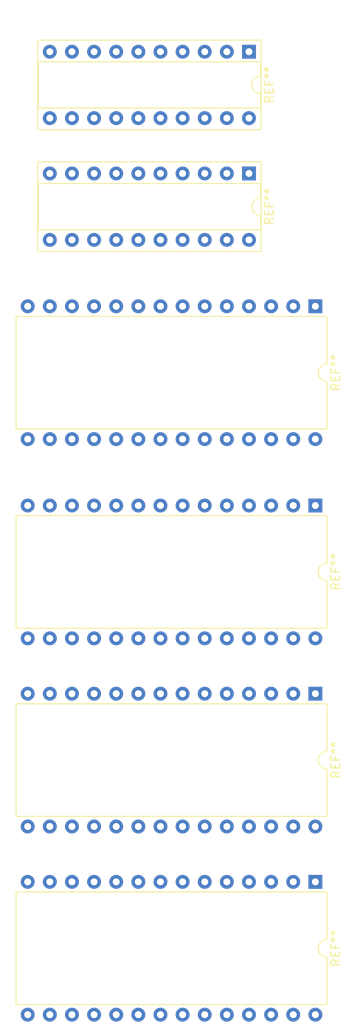
<source format=kicad_pcb>
(kicad_pcb (version 20171130) (host pcbnew "(5.1.9-0-10_14)")

  (general
    (thickness 1.6)
    (drawings 0)
    (tracks 0)
    (zones 0)
    (modules 6)
    (nets 1)
  )

  (page A)
  (layers
    (0 F.Cu signal)
    (31 B.Cu signal)
    (32 B.Adhes user)
    (33 F.Adhes user)
    (34 B.Paste user)
    (35 F.Paste user)
    (36 B.SilkS user)
    (37 F.SilkS user)
    (38 B.Mask user)
    (39 F.Mask user)
    (40 Dwgs.User user)
    (41 Cmts.User user)
    (42 Eco1.User user)
    (43 Eco2.User user)
    (44 Edge.Cuts user)
    (45 Margin user)
    (46 B.CrtYd user)
    (47 F.CrtYd user)
    (48 B.Fab user)
    (49 F.Fab user)
  )

  (setup
    (last_trace_width 0.25)
    (trace_clearance 0.2)
    (zone_clearance 0.508)
    (zone_45_only no)
    (trace_min 0.2)
    (via_size 0.8)
    (via_drill 0.4)
    (via_min_size 0.4)
    (via_min_drill 0.3)
    (uvia_size 0.3)
    (uvia_drill 0.1)
    (uvias_allowed no)
    (uvia_min_size 0.2)
    (uvia_min_drill 0.1)
    (edge_width 0.05)
    (segment_width 0.2)
    (pcb_text_width 0.3)
    (pcb_text_size 1.5 1.5)
    (mod_edge_width 0.12)
    (mod_text_size 1 1)
    (mod_text_width 0.15)
    (pad_size 1.524 1.524)
    (pad_drill 0.762)
    (pad_to_mask_clearance 0)
    (aux_axis_origin 0 0)
    (visible_elements FFFFFF7F)
    (pcbplotparams
      (layerselection 0x010fc_ffffffff)
      (usegerberextensions false)
      (usegerberattributes true)
      (usegerberadvancedattributes true)
      (creategerberjobfile true)
      (excludeedgelayer true)
      (linewidth 0.100000)
      (plotframeref false)
      (viasonmask false)
      (mode 1)
      (useauxorigin false)
      (hpglpennumber 1)
      (hpglpenspeed 20)
      (hpglpendiameter 15.000000)
      (psnegative false)
      (psa4output false)
      (plotreference true)
      (plotvalue true)
      (plotinvisibletext false)
      (padsonsilk false)
      (subtractmaskfromsilk false)
      (outputformat 1)
      (mirror false)
      (drillshape 1)
      (scaleselection 1)
      (outputdirectory ""))
  )

  (net 0 "")

  (net_class Default "This is the default net class."
    (clearance 0.2)
    (trace_width 0.25)
    (via_dia 0.8)
    (via_drill 0.4)
    (uvia_dia 0.3)
    (uvia_drill 0.1)
  )

  (module Package_DIP:DIP-20_W7.62mm_Socket (layer F.Cu) (tedit 5A02E8C5) (tstamp 607F4C1E)
    (at 207.01 44.45 270)
    (descr "20-lead though-hole mounted DIP package, row spacing 7.62 mm (300 mils), Socket")
    (tags "THT DIP DIL PDIP 2.54mm 7.62mm 300mil Socket")
    (fp_text reference REF** (at 3.81 -2.33 90) (layer F.SilkS)
      (effects (font (size 1 1) (thickness 0.15)))
    )
    (fp_text value DIP-20_W7.62mm_Socket (at 3.81 25.19 90) (layer F.Fab)
      (effects (font (size 1 1) (thickness 0.15)))
    )
    (fp_line (start 9.15 -1.6) (end -1.55 -1.6) (layer F.CrtYd) (width 0.05))
    (fp_line (start 9.15 24.45) (end 9.15 -1.6) (layer F.CrtYd) (width 0.05))
    (fp_line (start -1.55 24.45) (end 9.15 24.45) (layer F.CrtYd) (width 0.05))
    (fp_line (start -1.55 -1.6) (end -1.55 24.45) (layer F.CrtYd) (width 0.05))
    (fp_line (start 8.95 -1.39) (end -1.33 -1.39) (layer F.SilkS) (width 0.12))
    (fp_line (start 8.95 24.25) (end 8.95 -1.39) (layer F.SilkS) (width 0.12))
    (fp_line (start -1.33 24.25) (end 8.95 24.25) (layer F.SilkS) (width 0.12))
    (fp_line (start -1.33 -1.39) (end -1.33 24.25) (layer F.SilkS) (width 0.12))
    (fp_line (start 6.46 -1.33) (end 4.81 -1.33) (layer F.SilkS) (width 0.12))
    (fp_line (start 6.46 24.19) (end 6.46 -1.33) (layer F.SilkS) (width 0.12))
    (fp_line (start 1.16 24.19) (end 6.46 24.19) (layer F.SilkS) (width 0.12))
    (fp_line (start 1.16 -1.33) (end 1.16 24.19) (layer F.SilkS) (width 0.12))
    (fp_line (start 2.81 -1.33) (end 1.16 -1.33) (layer F.SilkS) (width 0.12))
    (fp_line (start 8.89 -1.33) (end -1.27 -1.33) (layer F.Fab) (width 0.1))
    (fp_line (start 8.89 24.19) (end 8.89 -1.33) (layer F.Fab) (width 0.1))
    (fp_line (start -1.27 24.19) (end 8.89 24.19) (layer F.Fab) (width 0.1))
    (fp_line (start -1.27 -1.33) (end -1.27 24.19) (layer F.Fab) (width 0.1))
    (fp_line (start 0.635 -0.27) (end 1.635 -1.27) (layer F.Fab) (width 0.1))
    (fp_line (start 0.635 24.13) (end 0.635 -0.27) (layer F.Fab) (width 0.1))
    (fp_line (start 6.985 24.13) (end 0.635 24.13) (layer F.Fab) (width 0.1))
    (fp_line (start 6.985 -1.27) (end 6.985 24.13) (layer F.Fab) (width 0.1))
    (fp_line (start 1.635 -1.27) (end 6.985 -1.27) (layer F.Fab) (width 0.1))
    (fp_arc (start 3.81 -1.33) (end 2.81 -1.33) (angle -180) (layer F.SilkS) (width 0.12))
    (fp_text user %R (at 3.81 11.43 90) (layer F.Fab)
      (effects (font (size 1 1) (thickness 0.15)))
    )
    (pad 1 thru_hole rect (at 0 0 270) (size 1.6 1.6) (drill 0.8) (layers *.Cu *.Mask))
    (pad 11 thru_hole oval (at 7.62 22.86 270) (size 1.6 1.6) (drill 0.8) (layers *.Cu *.Mask))
    (pad 2 thru_hole oval (at 0 2.54 270) (size 1.6 1.6) (drill 0.8) (layers *.Cu *.Mask))
    (pad 12 thru_hole oval (at 7.62 20.32 270) (size 1.6 1.6) (drill 0.8) (layers *.Cu *.Mask))
    (pad 3 thru_hole oval (at 0 5.08 270) (size 1.6 1.6) (drill 0.8) (layers *.Cu *.Mask))
    (pad 13 thru_hole oval (at 7.62 17.78 270) (size 1.6 1.6) (drill 0.8) (layers *.Cu *.Mask))
    (pad 4 thru_hole oval (at 0 7.62 270) (size 1.6 1.6) (drill 0.8) (layers *.Cu *.Mask))
    (pad 14 thru_hole oval (at 7.62 15.24 270) (size 1.6 1.6) (drill 0.8) (layers *.Cu *.Mask))
    (pad 5 thru_hole oval (at 0 10.16 270) (size 1.6 1.6) (drill 0.8) (layers *.Cu *.Mask))
    (pad 15 thru_hole oval (at 7.62 12.7 270) (size 1.6 1.6) (drill 0.8) (layers *.Cu *.Mask))
    (pad 6 thru_hole oval (at 0 12.7 270) (size 1.6 1.6) (drill 0.8) (layers *.Cu *.Mask))
    (pad 16 thru_hole oval (at 7.62 10.16 270) (size 1.6 1.6) (drill 0.8) (layers *.Cu *.Mask))
    (pad 7 thru_hole oval (at 0 15.24 270) (size 1.6 1.6) (drill 0.8) (layers *.Cu *.Mask))
    (pad 17 thru_hole oval (at 7.62 7.62 270) (size 1.6 1.6) (drill 0.8) (layers *.Cu *.Mask))
    (pad 8 thru_hole oval (at 0 17.78 270) (size 1.6 1.6) (drill 0.8) (layers *.Cu *.Mask))
    (pad 18 thru_hole oval (at 7.62 5.08 270) (size 1.6 1.6) (drill 0.8) (layers *.Cu *.Mask))
    (pad 9 thru_hole oval (at 0 20.32 270) (size 1.6 1.6) (drill 0.8) (layers *.Cu *.Mask))
    (pad 19 thru_hole oval (at 7.62 2.54 270) (size 1.6 1.6) (drill 0.8) (layers *.Cu *.Mask))
    (pad 10 thru_hole oval (at 0 22.86 270) (size 1.6 1.6) (drill 0.8) (layers *.Cu *.Mask))
    (pad 20 thru_hole oval (at 7.62 0 270) (size 1.6 1.6) (drill 0.8) (layers *.Cu *.Mask))
    (model ${KISYS3DMOD}/Package_DIP.3dshapes/DIP-20_W7.62mm_Socket.wrl
      (at (xyz 0 0 0))
      (scale (xyz 1 1 1))
      (rotate (xyz 0 0 0))
    )
  )

  (module Package_DIP:DIP-20_W7.62mm_Socket (layer F.Cu) (tedit 5A02E8C5) (tstamp 607F4B01)
    (at 207.01 58.42 270)
    (descr "20-lead though-hole mounted DIP package, row spacing 7.62 mm (300 mils), Socket")
    (tags "THT DIP DIL PDIP 2.54mm 7.62mm 300mil Socket")
    (fp_text reference REF** (at 3.81 -2.33 90) (layer F.SilkS)
      (effects (font (size 1 1) (thickness 0.15)))
    )
    (fp_text value DIP-20_W7.62mm_Socket (at 3.81 25.19 90) (layer F.Fab)
      (effects (font (size 1 1) (thickness 0.15)))
    )
    (fp_text user %R (at 3.81 11.43 90) (layer F.Fab)
      (effects (font (size 1 1) (thickness 0.15)))
    )
    (fp_arc (start 3.81 -1.33) (end 2.81 -1.33) (angle -180) (layer F.SilkS) (width 0.12))
    (fp_line (start 1.635 -1.27) (end 6.985 -1.27) (layer F.Fab) (width 0.1))
    (fp_line (start 6.985 -1.27) (end 6.985 24.13) (layer F.Fab) (width 0.1))
    (fp_line (start 6.985 24.13) (end 0.635 24.13) (layer F.Fab) (width 0.1))
    (fp_line (start 0.635 24.13) (end 0.635 -0.27) (layer F.Fab) (width 0.1))
    (fp_line (start 0.635 -0.27) (end 1.635 -1.27) (layer F.Fab) (width 0.1))
    (fp_line (start -1.27 -1.33) (end -1.27 24.19) (layer F.Fab) (width 0.1))
    (fp_line (start -1.27 24.19) (end 8.89 24.19) (layer F.Fab) (width 0.1))
    (fp_line (start 8.89 24.19) (end 8.89 -1.33) (layer F.Fab) (width 0.1))
    (fp_line (start 8.89 -1.33) (end -1.27 -1.33) (layer F.Fab) (width 0.1))
    (fp_line (start 2.81 -1.33) (end 1.16 -1.33) (layer F.SilkS) (width 0.12))
    (fp_line (start 1.16 -1.33) (end 1.16 24.19) (layer F.SilkS) (width 0.12))
    (fp_line (start 1.16 24.19) (end 6.46 24.19) (layer F.SilkS) (width 0.12))
    (fp_line (start 6.46 24.19) (end 6.46 -1.33) (layer F.SilkS) (width 0.12))
    (fp_line (start 6.46 -1.33) (end 4.81 -1.33) (layer F.SilkS) (width 0.12))
    (fp_line (start -1.33 -1.39) (end -1.33 24.25) (layer F.SilkS) (width 0.12))
    (fp_line (start -1.33 24.25) (end 8.95 24.25) (layer F.SilkS) (width 0.12))
    (fp_line (start 8.95 24.25) (end 8.95 -1.39) (layer F.SilkS) (width 0.12))
    (fp_line (start 8.95 -1.39) (end -1.33 -1.39) (layer F.SilkS) (width 0.12))
    (fp_line (start -1.55 -1.6) (end -1.55 24.45) (layer F.CrtYd) (width 0.05))
    (fp_line (start -1.55 24.45) (end 9.15 24.45) (layer F.CrtYd) (width 0.05))
    (fp_line (start 9.15 24.45) (end 9.15 -1.6) (layer F.CrtYd) (width 0.05))
    (fp_line (start 9.15 -1.6) (end -1.55 -1.6) (layer F.CrtYd) (width 0.05))
    (pad 20 thru_hole oval (at 7.62 0 270) (size 1.6 1.6) (drill 0.8) (layers *.Cu *.Mask))
    (pad 10 thru_hole oval (at 0 22.86 270) (size 1.6 1.6) (drill 0.8) (layers *.Cu *.Mask))
    (pad 19 thru_hole oval (at 7.62 2.54 270) (size 1.6 1.6) (drill 0.8) (layers *.Cu *.Mask))
    (pad 9 thru_hole oval (at 0 20.32 270) (size 1.6 1.6) (drill 0.8) (layers *.Cu *.Mask))
    (pad 18 thru_hole oval (at 7.62 5.08 270) (size 1.6 1.6) (drill 0.8) (layers *.Cu *.Mask))
    (pad 8 thru_hole oval (at 0 17.78 270) (size 1.6 1.6) (drill 0.8) (layers *.Cu *.Mask))
    (pad 17 thru_hole oval (at 7.62 7.62 270) (size 1.6 1.6) (drill 0.8) (layers *.Cu *.Mask))
    (pad 7 thru_hole oval (at 0 15.24 270) (size 1.6 1.6) (drill 0.8) (layers *.Cu *.Mask))
    (pad 16 thru_hole oval (at 7.62 10.16 270) (size 1.6 1.6) (drill 0.8) (layers *.Cu *.Mask))
    (pad 6 thru_hole oval (at 0 12.7 270) (size 1.6 1.6) (drill 0.8) (layers *.Cu *.Mask))
    (pad 15 thru_hole oval (at 7.62 12.7 270) (size 1.6 1.6) (drill 0.8) (layers *.Cu *.Mask))
    (pad 5 thru_hole oval (at 0 10.16 270) (size 1.6 1.6) (drill 0.8) (layers *.Cu *.Mask))
    (pad 14 thru_hole oval (at 7.62 15.24 270) (size 1.6 1.6) (drill 0.8) (layers *.Cu *.Mask))
    (pad 4 thru_hole oval (at 0 7.62 270) (size 1.6 1.6) (drill 0.8) (layers *.Cu *.Mask))
    (pad 13 thru_hole oval (at 7.62 17.78 270) (size 1.6 1.6) (drill 0.8) (layers *.Cu *.Mask))
    (pad 3 thru_hole oval (at 0 5.08 270) (size 1.6 1.6) (drill 0.8) (layers *.Cu *.Mask))
    (pad 12 thru_hole oval (at 7.62 20.32 270) (size 1.6 1.6) (drill 0.8) (layers *.Cu *.Mask))
    (pad 2 thru_hole oval (at 0 2.54 270) (size 1.6 1.6) (drill 0.8) (layers *.Cu *.Mask))
    (pad 11 thru_hole oval (at 7.62 22.86 270) (size 1.6 1.6) (drill 0.8) (layers *.Cu *.Mask))
    (pad 1 thru_hole rect (at 0 0 270) (size 1.6 1.6) (drill 0.8) (layers *.Cu *.Mask))
    (model ${KISYS3DMOD}/Package_DIP.3dshapes/DIP-20_W7.62mm_Socket.wrl
      (at (xyz 0 0 0))
      (scale (xyz 1 1 1))
      (rotate (xyz 0 0 0))
    )
  )

  (module Package_DIP:DIP-28_W15.24mm (layer F.Cu) (tedit 5A02E8C5) (tstamp 607F43CC)
    (at 214.63 139.7 270)
    (descr "28-lead though-hole mounted DIP package, row spacing 15.24 mm (600 mils)")
    (tags "THT DIP DIL PDIP 2.54mm 15.24mm 600mil")
    (fp_text reference REF** (at 7.62 -2.33 90) (layer F.SilkS)
      (effects (font (size 1 1) (thickness 0.15)))
    )
    (fp_text value DIP-28_W15.24mm (at 7.62 35.35 90) (layer F.Fab)
      (effects (font (size 1 1) (thickness 0.15)))
    )
    (fp_text user %R (at 7.62 16.51 90) (layer F.Fab)
      (effects (font (size 1 1) (thickness 0.15)))
    )
    (fp_arc (start 7.62 -1.33) (end 6.62 -1.33) (angle -180) (layer F.SilkS) (width 0.12))
    (fp_line (start 1.255 -1.27) (end 14.985 -1.27) (layer F.Fab) (width 0.1))
    (fp_line (start 14.985 -1.27) (end 14.985 34.29) (layer F.Fab) (width 0.1))
    (fp_line (start 14.985 34.29) (end 0.255 34.29) (layer F.Fab) (width 0.1))
    (fp_line (start 0.255 34.29) (end 0.255 -0.27) (layer F.Fab) (width 0.1))
    (fp_line (start 0.255 -0.27) (end 1.255 -1.27) (layer F.Fab) (width 0.1))
    (fp_line (start 6.62 -1.33) (end 1.16 -1.33) (layer F.SilkS) (width 0.12))
    (fp_line (start 1.16 -1.33) (end 1.16 34.35) (layer F.SilkS) (width 0.12))
    (fp_line (start 1.16 34.35) (end 14.08 34.35) (layer F.SilkS) (width 0.12))
    (fp_line (start 14.08 34.35) (end 14.08 -1.33) (layer F.SilkS) (width 0.12))
    (fp_line (start 14.08 -1.33) (end 8.62 -1.33) (layer F.SilkS) (width 0.12))
    (fp_line (start -1.05 -1.55) (end -1.05 34.55) (layer F.CrtYd) (width 0.05))
    (fp_line (start -1.05 34.55) (end 16.3 34.55) (layer F.CrtYd) (width 0.05))
    (fp_line (start 16.3 34.55) (end 16.3 -1.55) (layer F.CrtYd) (width 0.05))
    (fp_line (start 16.3 -1.55) (end -1.05 -1.55) (layer F.CrtYd) (width 0.05))
    (pad 28 thru_hole oval (at 15.24 0 270) (size 1.6 1.6) (drill 0.8) (layers *.Cu *.Mask))
    (pad 14 thru_hole oval (at 0 33.02 270) (size 1.6 1.6) (drill 0.8) (layers *.Cu *.Mask))
    (pad 27 thru_hole oval (at 15.24 2.54 270) (size 1.6 1.6) (drill 0.8) (layers *.Cu *.Mask))
    (pad 13 thru_hole oval (at 0 30.48 270) (size 1.6 1.6) (drill 0.8) (layers *.Cu *.Mask))
    (pad 26 thru_hole oval (at 15.24 5.08 270) (size 1.6 1.6) (drill 0.8) (layers *.Cu *.Mask))
    (pad 12 thru_hole oval (at 0 27.94 270) (size 1.6 1.6) (drill 0.8) (layers *.Cu *.Mask))
    (pad 25 thru_hole oval (at 15.24 7.62 270) (size 1.6 1.6) (drill 0.8) (layers *.Cu *.Mask))
    (pad 11 thru_hole oval (at 0 25.4 270) (size 1.6 1.6) (drill 0.8) (layers *.Cu *.Mask))
    (pad 24 thru_hole oval (at 15.24 10.16 270) (size 1.6 1.6) (drill 0.8) (layers *.Cu *.Mask))
    (pad 10 thru_hole oval (at 0 22.86 270) (size 1.6 1.6) (drill 0.8) (layers *.Cu *.Mask))
    (pad 23 thru_hole oval (at 15.24 12.7 270) (size 1.6 1.6) (drill 0.8) (layers *.Cu *.Mask))
    (pad 9 thru_hole oval (at 0 20.32 270) (size 1.6 1.6) (drill 0.8) (layers *.Cu *.Mask))
    (pad 22 thru_hole oval (at 15.24 15.24 270) (size 1.6 1.6) (drill 0.8) (layers *.Cu *.Mask))
    (pad 8 thru_hole oval (at 0 17.78 270) (size 1.6 1.6) (drill 0.8) (layers *.Cu *.Mask))
    (pad 21 thru_hole oval (at 15.24 17.78 270) (size 1.6 1.6) (drill 0.8) (layers *.Cu *.Mask))
    (pad 7 thru_hole oval (at 0 15.24 270) (size 1.6 1.6) (drill 0.8) (layers *.Cu *.Mask))
    (pad 20 thru_hole oval (at 15.24 20.32 270) (size 1.6 1.6) (drill 0.8) (layers *.Cu *.Mask))
    (pad 6 thru_hole oval (at 0 12.7 270) (size 1.6 1.6) (drill 0.8) (layers *.Cu *.Mask))
    (pad 19 thru_hole oval (at 15.24 22.86 270) (size 1.6 1.6) (drill 0.8) (layers *.Cu *.Mask))
    (pad 5 thru_hole oval (at 0 10.16 270) (size 1.6 1.6) (drill 0.8) (layers *.Cu *.Mask))
    (pad 18 thru_hole oval (at 15.24 25.4 270) (size 1.6 1.6) (drill 0.8) (layers *.Cu *.Mask))
    (pad 4 thru_hole oval (at 0 7.62 270) (size 1.6 1.6) (drill 0.8) (layers *.Cu *.Mask))
    (pad 17 thru_hole oval (at 15.24 27.94 270) (size 1.6 1.6) (drill 0.8) (layers *.Cu *.Mask))
    (pad 3 thru_hole oval (at 0 5.08 270) (size 1.6 1.6) (drill 0.8) (layers *.Cu *.Mask))
    (pad 16 thru_hole oval (at 15.24 30.48 270) (size 1.6 1.6) (drill 0.8) (layers *.Cu *.Mask))
    (pad 2 thru_hole oval (at 0 2.54 270) (size 1.6 1.6) (drill 0.8) (layers *.Cu *.Mask))
    (pad 15 thru_hole oval (at 15.24 33.02 270) (size 1.6 1.6) (drill 0.8) (layers *.Cu *.Mask))
    (pad 1 thru_hole rect (at 0 0 270) (size 1.6 1.6) (drill 0.8) (layers *.Cu *.Mask))
    (model ${KISYS3DMOD}/Package_DIP.3dshapes/DIP-28_W15.24mm.wrl
      (at (xyz 0 0 0))
      (scale (xyz 1 1 1))
      (rotate (xyz 0 0 0))
    )
  )

  (module Package_DIP:DIP-28_W15.24mm (layer F.Cu) (tedit 5A02E8C5) (tstamp 607F430E)
    (at 214.63 118.11 270)
    (descr "28-lead though-hole mounted DIP package, row spacing 15.24 mm (600 mils)")
    (tags "THT DIP DIL PDIP 2.54mm 15.24mm 600mil")
    (fp_text reference REF** (at 7.62 -2.33 90) (layer F.SilkS)
      (effects (font (size 1 1) (thickness 0.15)))
    )
    (fp_text value DIP-28_W15.24mm (at 7.62 35.35 90) (layer F.Fab)
      (effects (font (size 1 1) (thickness 0.15)))
    )
    (fp_text user %R (at 7.62 16.51 90) (layer F.Fab)
      (effects (font (size 1 1) (thickness 0.15)))
    )
    (fp_arc (start 7.62 -1.33) (end 6.62 -1.33) (angle -180) (layer F.SilkS) (width 0.12))
    (fp_line (start 1.255 -1.27) (end 14.985 -1.27) (layer F.Fab) (width 0.1))
    (fp_line (start 14.985 -1.27) (end 14.985 34.29) (layer F.Fab) (width 0.1))
    (fp_line (start 14.985 34.29) (end 0.255 34.29) (layer F.Fab) (width 0.1))
    (fp_line (start 0.255 34.29) (end 0.255 -0.27) (layer F.Fab) (width 0.1))
    (fp_line (start 0.255 -0.27) (end 1.255 -1.27) (layer F.Fab) (width 0.1))
    (fp_line (start 6.62 -1.33) (end 1.16 -1.33) (layer F.SilkS) (width 0.12))
    (fp_line (start 1.16 -1.33) (end 1.16 34.35) (layer F.SilkS) (width 0.12))
    (fp_line (start 1.16 34.35) (end 14.08 34.35) (layer F.SilkS) (width 0.12))
    (fp_line (start 14.08 34.35) (end 14.08 -1.33) (layer F.SilkS) (width 0.12))
    (fp_line (start 14.08 -1.33) (end 8.62 -1.33) (layer F.SilkS) (width 0.12))
    (fp_line (start -1.05 -1.55) (end -1.05 34.55) (layer F.CrtYd) (width 0.05))
    (fp_line (start -1.05 34.55) (end 16.3 34.55) (layer F.CrtYd) (width 0.05))
    (fp_line (start 16.3 34.55) (end 16.3 -1.55) (layer F.CrtYd) (width 0.05))
    (fp_line (start 16.3 -1.55) (end -1.05 -1.55) (layer F.CrtYd) (width 0.05))
    (pad 28 thru_hole oval (at 15.24 0 270) (size 1.6 1.6) (drill 0.8) (layers *.Cu *.Mask))
    (pad 14 thru_hole oval (at 0 33.02 270) (size 1.6 1.6) (drill 0.8) (layers *.Cu *.Mask))
    (pad 27 thru_hole oval (at 15.24 2.54 270) (size 1.6 1.6) (drill 0.8) (layers *.Cu *.Mask))
    (pad 13 thru_hole oval (at 0 30.48 270) (size 1.6 1.6) (drill 0.8) (layers *.Cu *.Mask))
    (pad 26 thru_hole oval (at 15.24 5.08 270) (size 1.6 1.6) (drill 0.8) (layers *.Cu *.Mask))
    (pad 12 thru_hole oval (at 0 27.94 270) (size 1.6 1.6) (drill 0.8) (layers *.Cu *.Mask))
    (pad 25 thru_hole oval (at 15.24 7.62 270) (size 1.6 1.6) (drill 0.8) (layers *.Cu *.Mask))
    (pad 11 thru_hole oval (at 0 25.4 270) (size 1.6 1.6) (drill 0.8) (layers *.Cu *.Mask))
    (pad 24 thru_hole oval (at 15.24 10.16 270) (size 1.6 1.6) (drill 0.8) (layers *.Cu *.Mask))
    (pad 10 thru_hole oval (at 0 22.86 270) (size 1.6 1.6) (drill 0.8) (layers *.Cu *.Mask))
    (pad 23 thru_hole oval (at 15.24 12.7 270) (size 1.6 1.6) (drill 0.8) (layers *.Cu *.Mask))
    (pad 9 thru_hole oval (at 0 20.32 270) (size 1.6 1.6) (drill 0.8) (layers *.Cu *.Mask))
    (pad 22 thru_hole oval (at 15.24 15.24 270) (size 1.6 1.6) (drill 0.8) (layers *.Cu *.Mask))
    (pad 8 thru_hole oval (at 0 17.78 270) (size 1.6 1.6) (drill 0.8) (layers *.Cu *.Mask))
    (pad 21 thru_hole oval (at 15.24 17.78 270) (size 1.6 1.6) (drill 0.8) (layers *.Cu *.Mask))
    (pad 7 thru_hole oval (at 0 15.24 270) (size 1.6 1.6) (drill 0.8) (layers *.Cu *.Mask))
    (pad 20 thru_hole oval (at 15.24 20.32 270) (size 1.6 1.6) (drill 0.8) (layers *.Cu *.Mask))
    (pad 6 thru_hole oval (at 0 12.7 270) (size 1.6 1.6) (drill 0.8) (layers *.Cu *.Mask))
    (pad 19 thru_hole oval (at 15.24 22.86 270) (size 1.6 1.6) (drill 0.8) (layers *.Cu *.Mask))
    (pad 5 thru_hole oval (at 0 10.16 270) (size 1.6 1.6) (drill 0.8) (layers *.Cu *.Mask))
    (pad 18 thru_hole oval (at 15.24 25.4 270) (size 1.6 1.6) (drill 0.8) (layers *.Cu *.Mask))
    (pad 4 thru_hole oval (at 0 7.62 270) (size 1.6 1.6) (drill 0.8) (layers *.Cu *.Mask))
    (pad 17 thru_hole oval (at 15.24 27.94 270) (size 1.6 1.6) (drill 0.8) (layers *.Cu *.Mask))
    (pad 3 thru_hole oval (at 0 5.08 270) (size 1.6 1.6) (drill 0.8) (layers *.Cu *.Mask))
    (pad 16 thru_hole oval (at 15.24 30.48 270) (size 1.6 1.6) (drill 0.8) (layers *.Cu *.Mask))
    (pad 2 thru_hole oval (at 0 2.54 270) (size 1.6 1.6) (drill 0.8) (layers *.Cu *.Mask))
    (pad 15 thru_hole oval (at 15.24 33.02 270) (size 1.6 1.6) (drill 0.8) (layers *.Cu *.Mask))
    (pad 1 thru_hole rect (at 0 0 270) (size 1.6 1.6) (drill 0.8) (layers *.Cu *.Mask))
    (model ${KISYS3DMOD}/Package_DIP.3dshapes/DIP-28_W15.24mm.wrl
      (at (xyz 0 0 0))
      (scale (xyz 1 1 1))
      (rotate (xyz 0 0 0))
    )
  )

  (module Package_DIP:DIP-28_W15.24mm (layer F.Cu) (tedit 5A02E8C5) (tstamp 607F42B0)
    (at 214.63 96.52 270)
    (descr "28-lead though-hole mounted DIP package, row spacing 15.24 mm (600 mils)")
    (tags "THT DIP DIL PDIP 2.54mm 15.24mm 600mil")
    (fp_text reference REF** (at 7.62 -2.33 90) (layer F.SilkS)
      (effects (font (size 1 1) (thickness 0.15)))
    )
    (fp_text value DIP-28_W15.24mm (at 7.62 35.35 90) (layer F.Fab)
      (effects (font (size 1 1) (thickness 0.15)))
    )
    (fp_line (start 16.3 -1.55) (end -1.05 -1.55) (layer F.CrtYd) (width 0.05))
    (fp_line (start 16.3 34.55) (end 16.3 -1.55) (layer F.CrtYd) (width 0.05))
    (fp_line (start -1.05 34.55) (end 16.3 34.55) (layer F.CrtYd) (width 0.05))
    (fp_line (start -1.05 -1.55) (end -1.05 34.55) (layer F.CrtYd) (width 0.05))
    (fp_line (start 14.08 -1.33) (end 8.62 -1.33) (layer F.SilkS) (width 0.12))
    (fp_line (start 14.08 34.35) (end 14.08 -1.33) (layer F.SilkS) (width 0.12))
    (fp_line (start 1.16 34.35) (end 14.08 34.35) (layer F.SilkS) (width 0.12))
    (fp_line (start 1.16 -1.33) (end 1.16 34.35) (layer F.SilkS) (width 0.12))
    (fp_line (start 6.62 -1.33) (end 1.16 -1.33) (layer F.SilkS) (width 0.12))
    (fp_line (start 0.255 -0.27) (end 1.255 -1.27) (layer F.Fab) (width 0.1))
    (fp_line (start 0.255 34.29) (end 0.255 -0.27) (layer F.Fab) (width 0.1))
    (fp_line (start 14.985 34.29) (end 0.255 34.29) (layer F.Fab) (width 0.1))
    (fp_line (start 14.985 -1.27) (end 14.985 34.29) (layer F.Fab) (width 0.1))
    (fp_line (start 1.255 -1.27) (end 14.985 -1.27) (layer F.Fab) (width 0.1))
    (fp_arc (start 7.62 -1.33) (end 6.62 -1.33) (angle -180) (layer F.SilkS) (width 0.12))
    (fp_text user %R (at 7.62 16.51 90) (layer F.Fab)
      (effects (font (size 1 1) (thickness 0.15)))
    )
    (pad 1 thru_hole rect (at 0 0 270) (size 1.6 1.6) (drill 0.8) (layers *.Cu *.Mask))
    (pad 15 thru_hole oval (at 15.24 33.02 270) (size 1.6 1.6) (drill 0.8) (layers *.Cu *.Mask))
    (pad 2 thru_hole oval (at 0 2.54 270) (size 1.6 1.6) (drill 0.8) (layers *.Cu *.Mask))
    (pad 16 thru_hole oval (at 15.24 30.48 270) (size 1.6 1.6) (drill 0.8) (layers *.Cu *.Mask))
    (pad 3 thru_hole oval (at 0 5.08 270) (size 1.6 1.6) (drill 0.8) (layers *.Cu *.Mask))
    (pad 17 thru_hole oval (at 15.24 27.94 270) (size 1.6 1.6) (drill 0.8) (layers *.Cu *.Mask))
    (pad 4 thru_hole oval (at 0 7.62 270) (size 1.6 1.6) (drill 0.8) (layers *.Cu *.Mask))
    (pad 18 thru_hole oval (at 15.24 25.4 270) (size 1.6 1.6) (drill 0.8) (layers *.Cu *.Mask))
    (pad 5 thru_hole oval (at 0 10.16 270) (size 1.6 1.6) (drill 0.8) (layers *.Cu *.Mask))
    (pad 19 thru_hole oval (at 15.24 22.86 270) (size 1.6 1.6) (drill 0.8) (layers *.Cu *.Mask))
    (pad 6 thru_hole oval (at 0 12.7 270) (size 1.6 1.6) (drill 0.8) (layers *.Cu *.Mask))
    (pad 20 thru_hole oval (at 15.24 20.32 270) (size 1.6 1.6) (drill 0.8) (layers *.Cu *.Mask))
    (pad 7 thru_hole oval (at 0 15.24 270) (size 1.6 1.6) (drill 0.8) (layers *.Cu *.Mask))
    (pad 21 thru_hole oval (at 15.24 17.78 270) (size 1.6 1.6) (drill 0.8) (layers *.Cu *.Mask))
    (pad 8 thru_hole oval (at 0 17.78 270) (size 1.6 1.6) (drill 0.8) (layers *.Cu *.Mask))
    (pad 22 thru_hole oval (at 15.24 15.24 270) (size 1.6 1.6) (drill 0.8) (layers *.Cu *.Mask))
    (pad 9 thru_hole oval (at 0 20.32 270) (size 1.6 1.6) (drill 0.8) (layers *.Cu *.Mask))
    (pad 23 thru_hole oval (at 15.24 12.7 270) (size 1.6 1.6) (drill 0.8) (layers *.Cu *.Mask))
    (pad 10 thru_hole oval (at 0 22.86 270) (size 1.6 1.6) (drill 0.8) (layers *.Cu *.Mask))
    (pad 24 thru_hole oval (at 15.24 10.16 270) (size 1.6 1.6) (drill 0.8) (layers *.Cu *.Mask))
    (pad 11 thru_hole oval (at 0 25.4 270) (size 1.6 1.6) (drill 0.8) (layers *.Cu *.Mask))
    (pad 25 thru_hole oval (at 15.24 7.62 270) (size 1.6 1.6) (drill 0.8) (layers *.Cu *.Mask))
    (pad 12 thru_hole oval (at 0 27.94 270) (size 1.6 1.6) (drill 0.8) (layers *.Cu *.Mask))
    (pad 26 thru_hole oval (at 15.24 5.08 270) (size 1.6 1.6) (drill 0.8) (layers *.Cu *.Mask))
    (pad 13 thru_hole oval (at 0 30.48 270) (size 1.6 1.6) (drill 0.8) (layers *.Cu *.Mask))
    (pad 27 thru_hole oval (at 15.24 2.54 270) (size 1.6 1.6) (drill 0.8) (layers *.Cu *.Mask))
    (pad 14 thru_hole oval (at 0 33.02 270) (size 1.6 1.6) (drill 0.8) (layers *.Cu *.Mask))
    (pad 28 thru_hole oval (at 15.24 0 270) (size 1.6 1.6) (drill 0.8) (layers *.Cu *.Mask))
    (model ${KISYS3DMOD}/Package_DIP.3dshapes/DIP-28_W15.24mm.wrl
      (at (xyz 0 0 0))
      (scale (xyz 1 1 1))
      (rotate (xyz 0 0 0))
    )
  )

  (module Package_DIP:DIP-28_W15.24mm (layer F.Cu) (tedit 5A02E8C5) (tstamp 607F4014)
    (at 214.63 73.66 270)
    (descr "28-lead though-hole mounted DIP package, row spacing 15.24 mm (600 mils)")
    (tags "THT DIP DIL PDIP 2.54mm 15.24mm 600mil")
    (fp_text reference REF** (at 7.62 -2.33 90) (layer F.SilkS)
      (effects (font (size 1 1) (thickness 0.15)))
    )
    (fp_text value DIP-28_W15.24mm (at 7.62 35.35 90) (layer F.Fab)
      (effects (font (size 1 1) (thickness 0.15)))
    )
    (fp_text user %R (at 7.62 16.51 90) (layer F.Fab)
      (effects (font (size 1 1) (thickness 0.15)))
    )
    (fp_arc (start 7.62 -1.33) (end 6.62 -1.33) (angle -180) (layer F.SilkS) (width 0.12))
    (fp_line (start 1.255 -1.27) (end 14.985 -1.27) (layer F.Fab) (width 0.1))
    (fp_line (start 14.985 -1.27) (end 14.985 34.29) (layer F.Fab) (width 0.1))
    (fp_line (start 14.985 34.29) (end 0.255 34.29) (layer F.Fab) (width 0.1))
    (fp_line (start 0.255 34.29) (end 0.255 -0.27) (layer F.Fab) (width 0.1))
    (fp_line (start 0.255 -0.27) (end 1.255 -1.27) (layer F.Fab) (width 0.1))
    (fp_line (start 6.62 -1.33) (end 1.16 -1.33) (layer F.SilkS) (width 0.12))
    (fp_line (start 1.16 -1.33) (end 1.16 34.35) (layer F.SilkS) (width 0.12))
    (fp_line (start 1.16 34.35) (end 14.08 34.35) (layer F.SilkS) (width 0.12))
    (fp_line (start 14.08 34.35) (end 14.08 -1.33) (layer F.SilkS) (width 0.12))
    (fp_line (start 14.08 -1.33) (end 8.62 -1.33) (layer F.SilkS) (width 0.12))
    (fp_line (start -1.05 -1.55) (end -1.05 34.55) (layer F.CrtYd) (width 0.05))
    (fp_line (start -1.05 34.55) (end 16.3 34.55) (layer F.CrtYd) (width 0.05))
    (fp_line (start 16.3 34.55) (end 16.3 -1.55) (layer F.CrtYd) (width 0.05))
    (fp_line (start 16.3 -1.55) (end -1.05 -1.55) (layer F.CrtYd) (width 0.05))
    (pad 28 thru_hole oval (at 15.24 0 270) (size 1.6 1.6) (drill 0.8) (layers *.Cu *.Mask))
    (pad 14 thru_hole oval (at 0 33.02 270) (size 1.6 1.6) (drill 0.8) (layers *.Cu *.Mask))
    (pad 27 thru_hole oval (at 15.24 2.54 270) (size 1.6 1.6) (drill 0.8) (layers *.Cu *.Mask))
    (pad 13 thru_hole oval (at 0 30.48 270) (size 1.6 1.6) (drill 0.8) (layers *.Cu *.Mask))
    (pad 26 thru_hole oval (at 15.24 5.08 270) (size 1.6 1.6) (drill 0.8) (layers *.Cu *.Mask))
    (pad 12 thru_hole oval (at 0 27.94 270) (size 1.6 1.6) (drill 0.8) (layers *.Cu *.Mask))
    (pad 25 thru_hole oval (at 15.24 7.62 270) (size 1.6 1.6) (drill 0.8) (layers *.Cu *.Mask))
    (pad 11 thru_hole oval (at 0 25.4 270) (size 1.6 1.6) (drill 0.8) (layers *.Cu *.Mask))
    (pad 24 thru_hole oval (at 15.24 10.16 270) (size 1.6 1.6) (drill 0.8) (layers *.Cu *.Mask))
    (pad 10 thru_hole oval (at 0 22.86 270) (size 1.6 1.6) (drill 0.8) (layers *.Cu *.Mask))
    (pad 23 thru_hole oval (at 15.24 12.7 270) (size 1.6 1.6) (drill 0.8) (layers *.Cu *.Mask))
    (pad 9 thru_hole oval (at 0 20.32 270) (size 1.6 1.6) (drill 0.8) (layers *.Cu *.Mask))
    (pad 22 thru_hole oval (at 15.24 15.24 270) (size 1.6 1.6) (drill 0.8) (layers *.Cu *.Mask))
    (pad 8 thru_hole oval (at 0 17.78 270) (size 1.6 1.6) (drill 0.8) (layers *.Cu *.Mask))
    (pad 21 thru_hole oval (at 15.24 17.78 270) (size 1.6 1.6) (drill 0.8) (layers *.Cu *.Mask))
    (pad 7 thru_hole oval (at 0 15.24 270) (size 1.6 1.6) (drill 0.8) (layers *.Cu *.Mask))
    (pad 20 thru_hole oval (at 15.24 20.32 270) (size 1.6 1.6) (drill 0.8) (layers *.Cu *.Mask))
    (pad 6 thru_hole oval (at 0 12.7 270) (size 1.6 1.6) (drill 0.8) (layers *.Cu *.Mask))
    (pad 19 thru_hole oval (at 15.24 22.86 270) (size 1.6 1.6) (drill 0.8) (layers *.Cu *.Mask))
    (pad 5 thru_hole oval (at 0 10.16 270) (size 1.6 1.6) (drill 0.8) (layers *.Cu *.Mask))
    (pad 18 thru_hole oval (at 15.24 25.4 270) (size 1.6 1.6) (drill 0.8) (layers *.Cu *.Mask))
    (pad 4 thru_hole oval (at 0 7.62 270) (size 1.6 1.6) (drill 0.8) (layers *.Cu *.Mask))
    (pad 17 thru_hole oval (at 15.24 27.94 270) (size 1.6 1.6) (drill 0.8) (layers *.Cu *.Mask))
    (pad 3 thru_hole oval (at 0 5.08 270) (size 1.6 1.6) (drill 0.8) (layers *.Cu *.Mask))
    (pad 16 thru_hole oval (at 15.24 30.48 270) (size 1.6 1.6) (drill 0.8) (layers *.Cu *.Mask))
    (pad 2 thru_hole oval (at 0 2.54 270) (size 1.6 1.6) (drill 0.8) (layers *.Cu *.Mask))
    (pad 15 thru_hole oval (at 15.24 33.02 270) (size 1.6 1.6) (drill 0.8) (layers *.Cu *.Mask))
    (pad 1 thru_hole rect (at 0 0 270) (size 1.6 1.6) (drill 0.8) (layers *.Cu *.Mask))
    (model ${KISYS3DMOD}/Package_DIP.3dshapes/DIP-28_W15.24mm.wrl
      (at (xyz 0 0 0))
      (scale (xyz 1 1 1))
      (rotate (xyz 0 0 0))
    )
  )

)

</source>
